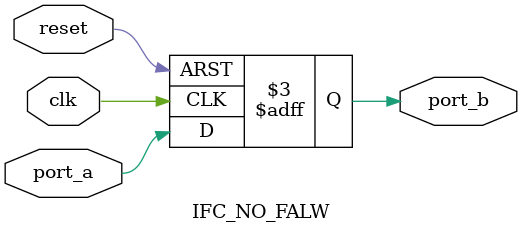
<source format=v>
module IFC_NO_FALW (clk,reset,port_a,port_b);
   input clk;
   input reset;
   input port_a;
   output port_b;
   reg port_b;
   always @ ( posedge clk or negedge reset )
   begin
      port_b <= port_a;
      if ( !reset )
      port_b <= 1'b0;
   end
endmodule

</source>
